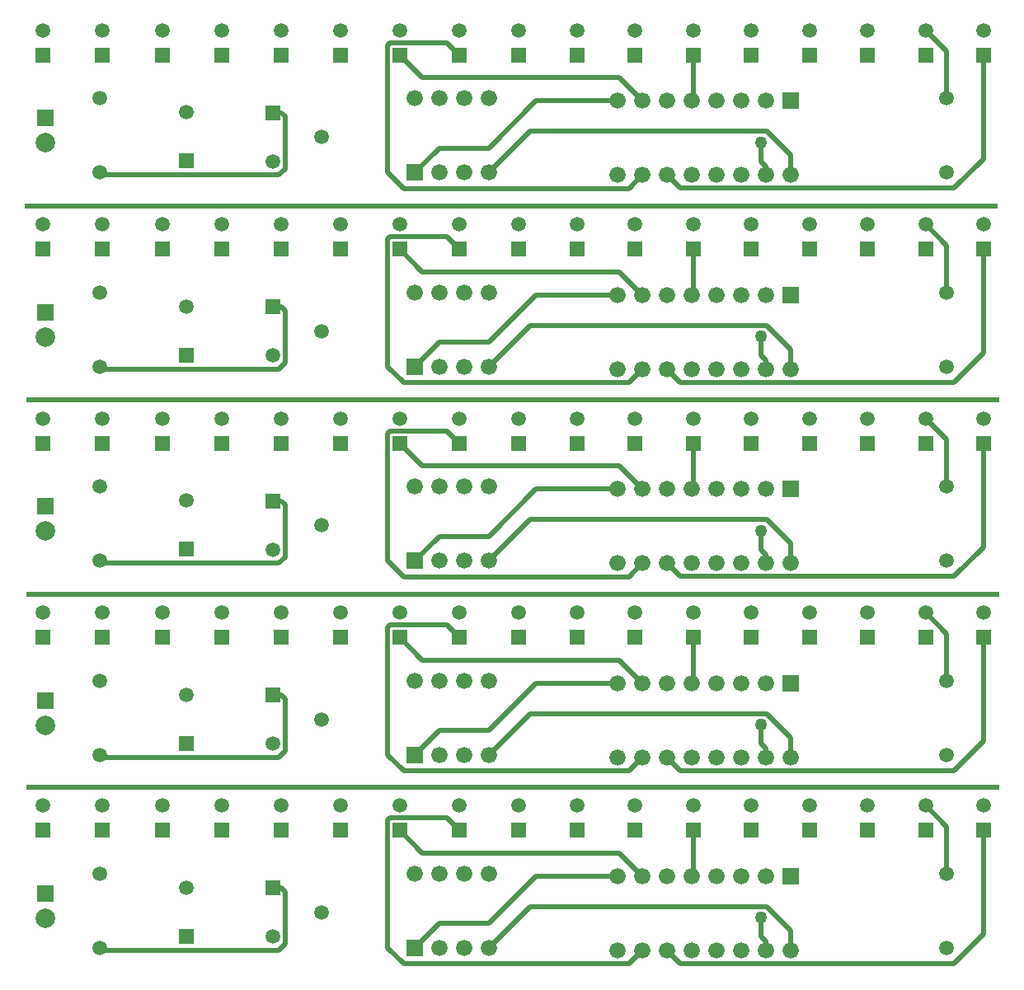
<source format=gtl>
G04 Layer_Physical_Order=1*
G04 Layer_Color=255*
%FSLAX25Y25*%
%MOIN*%
G70*
G01*
G75*
%ADD10C,0.02000*%
%ADD11R,0.05905X0.05905*%
%ADD12C,0.05905*%
%ADD13R,0.05937X0.05937*%
%ADD14C,0.05937*%
%ADD15R,0.06600X0.06600*%
%ADD16C,0.06600*%
%ADD17R,0.07087X0.07087*%
%ADD18C,0.07874*%
%ADD19R,3.93701X0.02362*%
%ADD20C,0.05000*%
D10*
X368500Y383500D02*
X377000Y375000D01*
Y356000D02*
Y375000D01*
X156000Y373500D02*
X165100Y364400D01*
X244600D01*
X254000Y355000D01*
X34500Y326000D02*
X35400Y325100D01*
X107000D01*
X109500Y327600D01*
Y348685D01*
X108000Y350185D02*
X109500Y348685D01*
X104500Y350185D02*
X108000D01*
X248500Y319500D02*
X254000Y325000D01*
X157500Y319500D02*
X248500D01*
X151000Y326000D02*
X157500Y319500D01*
X151000Y326000D02*
Y377500D01*
X152000Y378500D01*
X175000D01*
X180000Y373500D01*
X302100Y330500D02*
Y338200D01*
Y330500D02*
X304000Y328600D01*
Y325000D02*
Y328600D01*
X392000Y331600D02*
Y373500D01*
X380100Y319700D02*
X392000Y331600D01*
X269300Y319700D02*
X380100D01*
X264000Y325000D02*
X269300Y319700D01*
X211100Y355000D02*
X244000D01*
X192000Y335900D02*
X211100Y355000D01*
X171900Y335900D02*
X192000D01*
X162000Y326000D02*
X171900Y335900D01*
X314000Y325000D02*
Y333100D01*
X304400Y342700D02*
X314000Y333100D01*
X208700Y342700D02*
X304400D01*
X192000Y326000D02*
X208700Y342700D01*
X274000Y355000D02*
X274500Y355500D01*
Y373500D01*
X368500Y305000D02*
X377000Y296500D01*
Y277500D02*
Y296500D01*
X156000Y295000D02*
X165100Y285900D01*
X244600D01*
X254000Y276500D01*
X34500Y247500D02*
X35400Y246600D01*
X107000D01*
X109500Y249100D01*
Y270185D01*
X108000Y271685D02*
X109500Y270185D01*
X104500Y271685D02*
X108000D01*
X248500Y241000D02*
X254000Y246500D01*
X157500Y241000D02*
X248500D01*
X151000Y247500D02*
X157500Y241000D01*
X151000Y247500D02*
Y299000D01*
X152000Y300000D01*
X175000D01*
X180000Y295000D01*
X302100Y252000D02*
Y259700D01*
Y252000D02*
X304000Y250100D01*
Y246500D02*
Y250100D01*
X392000Y253100D02*
Y295000D01*
X380100Y241200D02*
X392000Y253100D01*
X269300Y241200D02*
X380100D01*
X264000Y246500D02*
X269300Y241200D01*
X211100Y276500D02*
X244000D01*
X192000Y257400D02*
X211100Y276500D01*
X171900Y257400D02*
X192000D01*
X162000Y247500D02*
X171900Y257400D01*
X314000Y246500D02*
Y254600D01*
X304400Y264200D02*
X314000Y254600D01*
X208700Y264200D02*
X304400D01*
X192000Y247500D02*
X208700Y264200D01*
X274000Y276500D02*
X274500Y277000D01*
Y295000D01*
X368500Y226500D02*
X377000Y218000D01*
Y199000D02*
Y218000D01*
X156000Y216500D02*
X165100Y207400D01*
X244600D01*
X254000Y198000D01*
X34500Y169000D02*
X35400Y168100D01*
X107000D01*
X109500Y170600D01*
Y191685D01*
X108000Y193185D02*
X109500Y191685D01*
X104500Y193185D02*
X108000D01*
X248500Y162500D02*
X254000Y168000D01*
X157500Y162500D02*
X248500D01*
X151000Y169000D02*
X157500Y162500D01*
X151000Y169000D02*
Y220500D01*
X152000Y221500D01*
X175000D01*
X180000Y216500D01*
X302100Y173500D02*
Y181200D01*
Y173500D02*
X304000Y171600D01*
Y168000D02*
Y171600D01*
X392000Y174600D02*
Y216500D01*
X380100Y162700D02*
X392000Y174600D01*
X269300Y162700D02*
X380100D01*
X264000Y168000D02*
X269300Y162700D01*
X211100Y198000D02*
X244000D01*
X192000Y178900D02*
X211100Y198000D01*
X171900Y178900D02*
X192000D01*
X162000Y169000D02*
X171900Y178900D01*
X314000Y168000D02*
Y176100D01*
X304400Y185700D02*
X314000Y176100D01*
X208700Y185700D02*
X304400D01*
X192000Y169000D02*
X208700Y185700D01*
X274000Y198000D02*
X274500Y198500D01*
Y216500D01*
X368500Y148000D02*
X377000Y139500D01*
Y120500D02*
Y139500D01*
X156000Y138000D02*
X165100Y128900D01*
X244600D01*
X254000Y119500D01*
X34500Y90500D02*
X35400Y89600D01*
X107000D01*
X109500Y92100D01*
Y113185D01*
X108000Y114685D02*
X109500Y113185D01*
X104500Y114685D02*
X108000D01*
X248500Y84000D02*
X254000Y89500D01*
X157500Y84000D02*
X248500D01*
X151000Y90500D02*
X157500Y84000D01*
X151000Y90500D02*
Y142000D01*
X152000Y143000D01*
X175000D01*
X180000Y138000D01*
X302100Y95000D02*
Y102700D01*
Y95000D02*
X304000Y93100D01*
Y89500D02*
Y93100D01*
X392000Y96100D02*
Y138000D01*
X380100Y84200D02*
X392000Y96100D01*
X269300Y84200D02*
X380100D01*
X264000Y89500D02*
X269300Y84200D01*
X211100Y119500D02*
X244000D01*
X192000Y100400D02*
X211100Y119500D01*
X171900Y100400D02*
X192000D01*
X162000Y90500D02*
X171900Y100400D01*
X314000Y89500D02*
Y97600D01*
X304400Y107200D02*
X314000Y97600D01*
X208700Y107200D02*
X304400D01*
X192000Y90500D02*
X208700Y107200D01*
X274000Y119500D02*
X274500Y120000D01*
Y138000D01*
X392000Y18100D02*
Y60000D01*
X274500Y42000D02*
Y60000D01*
X274000Y41500D02*
X274500Y42000D01*
X192000Y12500D02*
X208700Y29200D01*
X304400D01*
X314000Y19600D01*
Y11500D02*
Y19600D01*
X162000Y12500D02*
X171900Y22400D01*
X192000D01*
X211100Y41500D01*
X244000D01*
X264000Y11500D02*
X269300Y6200D01*
X380100D01*
X392000Y18100D01*
X304000Y11500D02*
Y15100D01*
X302100Y17000D02*
X304000Y15100D01*
X302100Y17000D02*
Y24700D01*
X175000Y65000D02*
X180000Y60000D01*
X152000Y65000D02*
X175000D01*
X151000Y64000D02*
X152000Y65000D01*
X151000Y12500D02*
Y64000D01*
Y12500D02*
X157500Y6000D01*
X248500D01*
X254000Y11500D01*
X104500Y36685D02*
X108000D01*
X109500Y35185D01*
Y14100D02*
Y35185D01*
X107000Y11600D02*
X109500Y14100D01*
X35400Y11600D02*
X107000D01*
X34500Y12500D02*
X35400Y11600D01*
X244600Y50900D02*
X254000Y41500D01*
X165100Y50900D02*
X244600D01*
X156000Y60000D02*
X165100Y50900D01*
X377000Y42500D02*
Y61500D01*
X368500Y70000D02*
X377000Y61500D01*
D11*
X11500Y373500D02*
D03*
X35500D02*
D03*
X60000D02*
D03*
X84000D02*
D03*
X108000D02*
D03*
X132000D02*
D03*
X156000D02*
D03*
X180000D02*
D03*
X204000D02*
D03*
X227500D02*
D03*
X69500Y330657D02*
D03*
X251000Y373500D02*
D03*
X274500D02*
D03*
X298000D02*
D03*
X321500D02*
D03*
X345000D02*
D03*
X368500D02*
D03*
X392000D02*
D03*
X11500Y295000D02*
D03*
X35500D02*
D03*
X60000D02*
D03*
X84000D02*
D03*
X108000D02*
D03*
X132000D02*
D03*
X156000D02*
D03*
X180000D02*
D03*
X204000D02*
D03*
X227500D02*
D03*
X69500Y252157D02*
D03*
X251000Y295000D02*
D03*
X274500D02*
D03*
X298000D02*
D03*
X321500D02*
D03*
X345000D02*
D03*
X368500D02*
D03*
X392000D02*
D03*
X11500Y216500D02*
D03*
X35500D02*
D03*
X60000D02*
D03*
X84000D02*
D03*
X108000D02*
D03*
X132000D02*
D03*
X156000D02*
D03*
X180000D02*
D03*
X204000D02*
D03*
X227500D02*
D03*
X69500Y173657D02*
D03*
X251000Y216500D02*
D03*
X274500D02*
D03*
X298000D02*
D03*
X321500D02*
D03*
X345000D02*
D03*
X368500D02*
D03*
X392000D02*
D03*
X11500Y138000D02*
D03*
X35500D02*
D03*
X60000D02*
D03*
X84000D02*
D03*
X108000D02*
D03*
X132000D02*
D03*
X156000D02*
D03*
X180000D02*
D03*
X204000D02*
D03*
X227500D02*
D03*
X69500Y95157D02*
D03*
X251000Y138000D02*
D03*
X274500D02*
D03*
X298000D02*
D03*
X321500D02*
D03*
X345000D02*
D03*
X368500D02*
D03*
X392000D02*
D03*
X204000Y60000D02*
D03*
X180000D02*
D03*
X156000D02*
D03*
X132000D02*
D03*
X108000D02*
D03*
X84000D02*
D03*
X60000D02*
D03*
X35500D02*
D03*
X11500D02*
D03*
X392000D02*
D03*
X368500D02*
D03*
X345000D02*
D03*
X321500D02*
D03*
X298000D02*
D03*
X274500D02*
D03*
X251000D02*
D03*
X227500D02*
D03*
X69500Y17157D02*
D03*
D12*
X11500Y383500D02*
D03*
X35500D02*
D03*
X60000D02*
D03*
X84000D02*
D03*
X108000D02*
D03*
X132000D02*
D03*
X156000D02*
D03*
X180000D02*
D03*
X204000D02*
D03*
X34500Y326000D02*
D03*
Y356000D02*
D03*
X227500Y383500D02*
D03*
X69500Y350343D02*
D03*
X251000Y383500D02*
D03*
X274500D02*
D03*
X298000D02*
D03*
X321500D02*
D03*
X345000D02*
D03*
X368500D02*
D03*
X392000D02*
D03*
X377000Y326000D02*
D03*
Y356000D02*
D03*
X11500Y305000D02*
D03*
X35500D02*
D03*
X60000D02*
D03*
X84000D02*
D03*
X108000D02*
D03*
X132000D02*
D03*
X156000D02*
D03*
X180000D02*
D03*
X204000D02*
D03*
X34500Y247500D02*
D03*
Y277500D02*
D03*
X227500Y305000D02*
D03*
X69500Y271843D02*
D03*
X251000Y305000D02*
D03*
X274500D02*
D03*
X298000D02*
D03*
X321500D02*
D03*
X345000D02*
D03*
X368500D02*
D03*
X392000D02*
D03*
X377000Y247500D02*
D03*
Y277500D02*
D03*
X11500Y226500D02*
D03*
X35500D02*
D03*
X60000D02*
D03*
X84000D02*
D03*
X108000D02*
D03*
X132000D02*
D03*
X156000D02*
D03*
X180000D02*
D03*
X204000D02*
D03*
X34500Y169000D02*
D03*
Y199000D02*
D03*
X227500Y226500D02*
D03*
X69500Y193343D02*
D03*
X251000Y226500D02*
D03*
X274500D02*
D03*
X298000D02*
D03*
X321500D02*
D03*
X345000D02*
D03*
X368500D02*
D03*
X392000D02*
D03*
X377000Y169000D02*
D03*
Y199000D02*
D03*
X11500Y148000D02*
D03*
X35500D02*
D03*
X60000D02*
D03*
X84000D02*
D03*
X108000D02*
D03*
X132000D02*
D03*
X156000D02*
D03*
X180000D02*
D03*
X204000D02*
D03*
X34500Y90500D02*
D03*
Y120500D02*
D03*
X227500Y148000D02*
D03*
X69500Y114843D02*
D03*
X251000Y148000D02*
D03*
X274500D02*
D03*
X298000D02*
D03*
X321500D02*
D03*
X345000D02*
D03*
X368500D02*
D03*
X392000D02*
D03*
X377000Y90500D02*
D03*
Y120500D02*
D03*
X204000Y70000D02*
D03*
X180000D02*
D03*
X156000D02*
D03*
X132000D02*
D03*
X108000D02*
D03*
X84000D02*
D03*
X60000D02*
D03*
X35500D02*
D03*
X11500D02*
D03*
X392000D02*
D03*
X368500D02*
D03*
X345000D02*
D03*
X321500D02*
D03*
X298000D02*
D03*
X274500D02*
D03*
X251000D02*
D03*
X227500D02*
D03*
X377000Y12500D02*
D03*
Y42500D02*
D03*
X34500Y12500D02*
D03*
Y42500D02*
D03*
X69500Y36843D02*
D03*
D13*
X104500Y350185D02*
D03*
Y271685D02*
D03*
Y193185D02*
D03*
Y114685D02*
D03*
Y36685D02*
D03*
D14*
X124185Y340343D02*
D03*
X104500Y330500D02*
D03*
X124185Y261843D02*
D03*
X104500Y252000D02*
D03*
X124185Y183343D02*
D03*
X104500Y173500D02*
D03*
X124185Y104843D02*
D03*
X104500Y95000D02*
D03*
X124185Y26843D02*
D03*
X104500Y17000D02*
D03*
D15*
X314000Y355000D02*
D03*
X162000Y326000D02*
D03*
X314000Y276500D02*
D03*
X162000Y247500D02*
D03*
X314000Y198000D02*
D03*
X162000Y169000D02*
D03*
X314000Y119500D02*
D03*
X162000Y90500D02*
D03*
X314000Y41500D02*
D03*
X162000Y12500D02*
D03*
D16*
X304000Y355000D02*
D03*
X294000D02*
D03*
X284000D02*
D03*
X274000D02*
D03*
X264000D02*
D03*
X254000D02*
D03*
X244000D02*
D03*
Y325000D02*
D03*
X254000D02*
D03*
X264000D02*
D03*
X274000D02*
D03*
X284000D02*
D03*
X294000D02*
D03*
X304000D02*
D03*
X314000D02*
D03*
X172000Y326000D02*
D03*
X182000D02*
D03*
X192000D02*
D03*
Y356000D02*
D03*
X182000D02*
D03*
X172000D02*
D03*
X162000D02*
D03*
X304000Y276500D02*
D03*
X294000D02*
D03*
X284000D02*
D03*
X274000D02*
D03*
X264000D02*
D03*
X254000D02*
D03*
X244000D02*
D03*
Y246500D02*
D03*
X254000D02*
D03*
X264000D02*
D03*
X274000D02*
D03*
X284000D02*
D03*
X294000D02*
D03*
X304000D02*
D03*
X314000D02*
D03*
X172000Y247500D02*
D03*
X182000D02*
D03*
X192000D02*
D03*
Y277500D02*
D03*
X182000D02*
D03*
X172000D02*
D03*
X162000D02*
D03*
X304000Y198000D02*
D03*
X294000D02*
D03*
X284000D02*
D03*
X274000D02*
D03*
X264000D02*
D03*
X254000D02*
D03*
X244000D02*
D03*
Y168000D02*
D03*
X254000D02*
D03*
X264000D02*
D03*
X274000D02*
D03*
X284000D02*
D03*
X294000D02*
D03*
X304000D02*
D03*
X314000D02*
D03*
X172000Y169000D02*
D03*
X182000D02*
D03*
X192000D02*
D03*
Y199000D02*
D03*
X182000D02*
D03*
X172000D02*
D03*
X162000D02*
D03*
X304000Y119500D02*
D03*
X294000D02*
D03*
X284000D02*
D03*
X274000D02*
D03*
X264000D02*
D03*
X254000D02*
D03*
X244000D02*
D03*
Y89500D02*
D03*
X254000D02*
D03*
X264000D02*
D03*
X274000D02*
D03*
X284000D02*
D03*
X294000D02*
D03*
X304000D02*
D03*
X314000D02*
D03*
X172000Y90500D02*
D03*
X182000D02*
D03*
X192000D02*
D03*
Y120500D02*
D03*
X182000D02*
D03*
X172000D02*
D03*
X162000D02*
D03*
X304000Y41500D02*
D03*
X294000D02*
D03*
X284000D02*
D03*
X274000D02*
D03*
X264000D02*
D03*
X254000D02*
D03*
X244000D02*
D03*
Y11500D02*
D03*
X254000D02*
D03*
X264000D02*
D03*
X274000D02*
D03*
X284000D02*
D03*
X294000D02*
D03*
X304000D02*
D03*
X314000D02*
D03*
X172000Y12500D02*
D03*
X182000D02*
D03*
X192000D02*
D03*
Y42500D02*
D03*
X182000D02*
D03*
X172000D02*
D03*
X162000D02*
D03*
D17*
X12500Y348000D02*
D03*
Y269500D02*
D03*
Y191000D02*
D03*
Y112500D02*
D03*
Y34500D02*
D03*
D18*
Y338000D02*
D03*
Y259500D02*
D03*
Y181000D02*
D03*
Y102500D02*
D03*
Y24500D02*
D03*
D19*
X201000Y312500D02*
D03*
X201500Y234000D02*
D03*
Y155500D02*
D03*
Y77500D02*
D03*
D20*
X302100Y338200D02*
D03*
Y259700D02*
D03*
Y181200D02*
D03*
Y102700D02*
D03*
Y24700D02*
D03*
M02*

</source>
